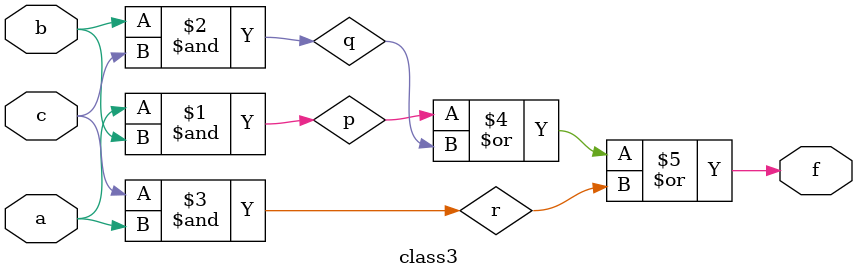
<source format=v>
module class3(a,b,c,f);
	input a,b,c;
	output f;
	and(p,a,b);
	and(q,b,c);
	and(r,c,a);
	or(f,p,q,r);
endmodule

</source>
